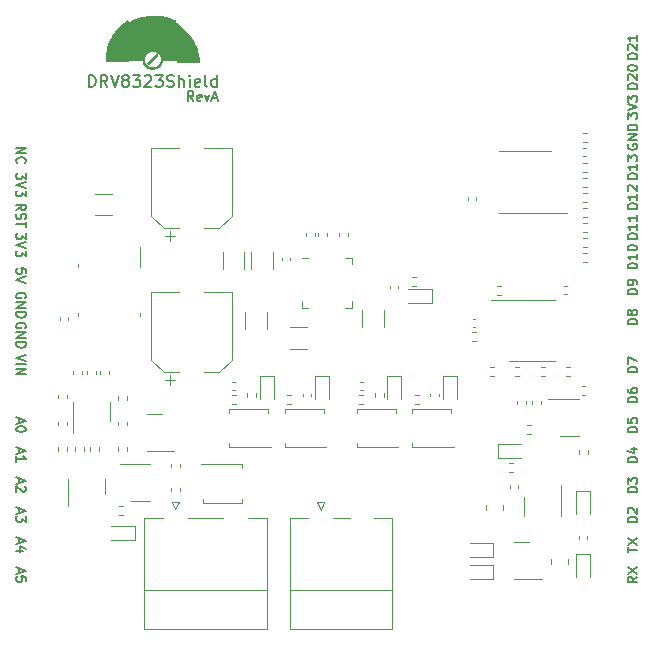
<source format=gto>
G04 #@! TF.GenerationSoftware,KiCad,Pcbnew,7.0.10*
G04 #@! TF.CreationDate,2024-01-13T20:14:55+01:00*
G04 #@! TF.ProjectId,drv8323shield,64727638-3332-4337-9368-69656c642e6b,A*
G04 #@! TF.SameCoordinates,Original*
G04 #@! TF.FileFunction,Legend,Top*
G04 #@! TF.FilePolarity,Positive*
%FSLAX46Y46*%
G04 Gerber Fmt 4.6, Leading zero omitted, Abs format (unit mm)*
G04 Created by KiCad (PCBNEW 7.0.10) date 2024-01-13 20:14:55*
%MOMM*%
%LPD*%
G01*
G04 APERTURE LIST*
%ADD10C,0.150000*%
%ADD11C,0.120000*%
G04 APERTURE END LIST*
D10*
X78631609Y-63144476D02*
X78669704Y-63068286D01*
X78669704Y-63068286D02*
X78669704Y-62954000D01*
X78669704Y-62954000D02*
X78631609Y-62839714D01*
X78631609Y-62839714D02*
X78555419Y-62763524D01*
X78555419Y-62763524D02*
X78479228Y-62725429D01*
X78479228Y-62725429D02*
X78326847Y-62687333D01*
X78326847Y-62687333D02*
X78212561Y-62687333D01*
X78212561Y-62687333D02*
X78060180Y-62725429D01*
X78060180Y-62725429D02*
X77983990Y-62763524D01*
X77983990Y-62763524D02*
X77907800Y-62839714D01*
X77907800Y-62839714D02*
X77869704Y-62954000D01*
X77869704Y-62954000D02*
X77869704Y-63030191D01*
X77869704Y-63030191D02*
X77907800Y-63144476D01*
X77907800Y-63144476D02*
X77945895Y-63182572D01*
X77945895Y-63182572D02*
X78212561Y-63182572D01*
X78212561Y-63182572D02*
X78212561Y-63030191D01*
X77869704Y-63525429D02*
X78669704Y-63525429D01*
X78669704Y-63525429D02*
X77869704Y-63982572D01*
X77869704Y-63982572D02*
X78669704Y-63982572D01*
X77869704Y-64363524D02*
X78669704Y-64363524D01*
X78669704Y-64363524D02*
X78669704Y-64554000D01*
X78669704Y-64554000D02*
X78631609Y-64668286D01*
X78631609Y-64668286D02*
X78555419Y-64744476D01*
X78555419Y-64744476D02*
X78479228Y-64782571D01*
X78479228Y-64782571D02*
X78326847Y-64820667D01*
X78326847Y-64820667D02*
X78212561Y-64820667D01*
X78212561Y-64820667D02*
X78060180Y-64782571D01*
X78060180Y-64782571D02*
X77983990Y-64744476D01*
X77983990Y-64744476D02*
X77907800Y-64668286D01*
X77907800Y-64668286D02*
X77869704Y-64554000D01*
X77869704Y-64554000D02*
X77869704Y-64363524D01*
X129610295Y-47980476D02*
X129610295Y-47485238D01*
X129610295Y-47485238D02*
X129915057Y-47751904D01*
X129915057Y-47751904D02*
X129915057Y-47637619D01*
X129915057Y-47637619D02*
X129953152Y-47561428D01*
X129953152Y-47561428D02*
X129991247Y-47523333D01*
X129991247Y-47523333D02*
X130067438Y-47485238D01*
X130067438Y-47485238D02*
X130257914Y-47485238D01*
X130257914Y-47485238D02*
X130334104Y-47523333D01*
X130334104Y-47523333D02*
X130372200Y-47561428D01*
X130372200Y-47561428D02*
X130410295Y-47637619D01*
X130410295Y-47637619D02*
X130410295Y-47866190D01*
X130410295Y-47866190D02*
X130372200Y-47942381D01*
X130372200Y-47942381D02*
X130334104Y-47980476D01*
X129610295Y-47256666D02*
X130410295Y-46989999D01*
X130410295Y-46989999D02*
X129610295Y-46723333D01*
X129610295Y-46532857D02*
X129610295Y-46037619D01*
X129610295Y-46037619D02*
X129915057Y-46304285D01*
X129915057Y-46304285D02*
X129915057Y-46190000D01*
X129915057Y-46190000D02*
X129953152Y-46113809D01*
X129953152Y-46113809D02*
X129991247Y-46075714D01*
X129991247Y-46075714D02*
X130067438Y-46037619D01*
X130067438Y-46037619D02*
X130257914Y-46037619D01*
X130257914Y-46037619D02*
X130334104Y-46075714D01*
X130334104Y-46075714D02*
X130372200Y-46113809D01*
X130372200Y-46113809D02*
X130410295Y-46190000D01*
X130410295Y-46190000D02*
X130410295Y-46418571D01*
X130410295Y-46418571D02*
X130372200Y-46494762D01*
X130372200Y-46494762D02*
X130334104Y-46532857D01*
X130410295Y-62820475D02*
X129610295Y-62820475D01*
X129610295Y-62820475D02*
X129610295Y-62629999D01*
X129610295Y-62629999D02*
X129648390Y-62515713D01*
X129648390Y-62515713D02*
X129724580Y-62439523D01*
X129724580Y-62439523D02*
X129800771Y-62401428D01*
X129800771Y-62401428D02*
X129953152Y-62363332D01*
X129953152Y-62363332D02*
X130067438Y-62363332D01*
X130067438Y-62363332D02*
X130219819Y-62401428D01*
X130219819Y-62401428D02*
X130296009Y-62439523D01*
X130296009Y-62439523D02*
X130372200Y-62515713D01*
X130372200Y-62515713D02*
X130410295Y-62629999D01*
X130410295Y-62629999D02*
X130410295Y-62820475D01*
X130410295Y-61982380D02*
X130410295Y-61829999D01*
X130410295Y-61829999D02*
X130372200Y-61753809D01*
X130372200Y-61753809D02*
X130334104Y-61715713D01*
X130334104Y-61715713D02*
X130219819Y-61639523D01*
X130219819Y-61639523D02*
X130067438Y-61601428D01*
X130067438Y-61601428D02*
X129762676Y-61601428D01*
X129762676Y-61601428D02*
X129686485Y-61639523D01*
X129686485Y-61639523D02*
X129648390Y-61677618D01*
X129648390Y-61677618D02*
X129610295Y-61753809D01*
X129610295Y-61753809D02*
X129610295Y-61906190D01*
X129610295Y-61906190D02*
X129648390Y-61982380D01*
X129648390Y-61982380D02*
X129686485Y-62020475D01*
X129686485Y-62020475D02*
X129762676Y-62058571D01*
X129762676Y-62058571D02*
X129953152Y-62058571D01*
X129953152Y-62058571D02*
X130029342Y-62020475D01*
X130029342Y-62020475D02*
X130067438Y-61982380D01*
X130067438Y-61982380D02*
X130105533Y-61906190D01*
X130105533Y-61906190D02*
X130105533Y-61753809D01*
X130105533Y-61753809D02*
X130067438Y-61677618D01*
X130067438Y-61677618D02*
X130029342Y-61639523D01*
X130029342Y-61639523D02*
X129953152Y-61601428D01*
X130410295Y-60652334D02*
X129610295Y-60652334D01*
X129610295Y-60652334D02*
X129610295Y-60461858D01*
X129610295Y-60461858D02*
X129648390Y-60347572D01*
X129648390Y-60347572D02*
X129724580Y-60271382D01*
X129724580Y-60271382D02*
X129800771Y-60233287D01*
X129800771Y-60233287D02*
X129953152Y-60195191D01*
X129953152Y-60195191D02*
X130067438Y-60195191D01*
X130067438Y-60195191D02*
X130219819Y-60233287D01*
X130219819Y-60233287D02*
X130296009Y-60271382D01*
X130296009Y-60271382D02*
X130372200Y-60347572D01*
X130372200Y-60347572D02*
X130410295Y-60461858D01*
X130410295Y-60461858D02*
X130410295Y-60652334D01*
X130410295Y-59433287D02*
X130410295Y-59890430D01*
X130410295Y-59661858D02*
X129610295Y-59661858D01*
X129610295Y-59661858D02*
X129724580Y-59738049D01*
X129724580Y-59738049D02*
X129800771Y-59814239D01*
X129800771Y-59814239D02*
X129838866Y-59890430D01*
X129610295Y-58938048D02*
X129610295Y-58861858D01*
X129610295Y-58861858D02*
X129648390Y-58785667D01*
X129648390Y-58785667D02*
X129686485Y-58747572D01*
X129686485Y-58747572D02*
X129762676Y-58709477D01*
X129762676Y-58709477D02*
X129915057Y-58671382D01*
X129915057Y-58671382D02*
X130105533Y-58671382D01*
X130105533Y-58671382D02*
X130257914Y-58709477D01*
X130257914Y-58709477D02*
X130334104Y-58747572D01*
X130334104Y-58747572D02*
X130372200Y-58785667D01*
X130372200Y-58785667D02*
X130410295Y-58861858D01*
X130410295Y-58861858D02*
X130410295Y-58938048D01*
X130410295Y-58938048D02*
X130372200Y-59014239D01*
X130372200Y-59014239D02*
X130334104Y-59052334D01*
X130334104Y-59052334D02*
X130257914Y-59090429D01*
X130257914Y-59090429D02*
X130105533Y-59128525D01*
X130105533Y-59128525D02*
X129915057Y-59128525D01*
X129915057Y-59128525D02*
X129762676Y-59090429D01*
X129762676Y-59090429D02*
X129686485Y-59052334D01*
X129686485Y-59052334D02*
X129648390Y-59014239D01*
X129648390Y-59014239D02*
X129610295Y-58938048D01*
X130410295Y-82124475D02*
X129610295Y-82124475D01*
X129610295Y-82124475D02*
X129610295Y-81933999D01*
X129610295Y-81933999D02*
X129648390Y-81819713D01*
X129648390Y-81819713D02*
X129724580Y-81743523D01*
X129724580Y-81743523D02*
X129800771Y-81705428D01*
X129800771Y-81705428D02*
X129953152Y-81667332D01*
X129953152Y-81667332D02*
X130067438Y-81667332D01*
X130067438Y-81667332D02*
X130219819Y-81705428D01*
X130219819Y-81705428D02*
X130296009Y-81743523D01*
X130296009Y-81743523D02*
X130372200Y-81819713D01*
X130372200Y-81819713D02*
X130410295Y-81933999D01*
X130410295Y-81933999D02*
X130410295Y-82124475D01*
X129686485Y-81362571D02*
X129648390Y-81324475D01*
X129648390Y-81324475D02*
X129610295Y-81248285D01*
X129610295Y-81248285D02*
X129610295Y-81057809D01*
X129610295Y-81057809D02*
X129648390Y-80981618D01*
X129648390Y-80981618D02*
X129686485Y-80943523D01*
X129686485Y-80943523D02*
X129762676Y-80905428D01*
X129762676Y-80905428D02*
X129838866Y-80905428D01*
X129838866Y-80905428D02*
X129953152Y-80943523D01*
X129953152Y-80943523D02*
X130410295Y-81400666D01*
X130410295Y-81400666D02*
X130410295Y-80905428D01*
X130410295Y-71964475D02*
X129610295Y-71964475D01*
X129610295Y-71964475D02*
X129610295Y-71773999D01*
X129610295Y-71773999D02*
X129648390Y-71659713D01*
X129648390Y-71659713D02*
X129724580Y-71583523D01*
X129724580Y-71583523D02*
X129800771Y-71545428D01*
X129800771Y-71545428D02*
X129953152Y-71507332D01*
X129953152Y-71507332D02*
X130067438Y-71507332D01*
X130067438Y-71507332D02*
X130219819Y-71545428D01*
X130219819Y-71545428D02*
X130296009Y-71583523D01*
X130296009Y-71583523D02*
X130372200Y-71659713D01*
X130372200Y-71659713D02*
X130410295Y-71773999D01*
X130410295Y-71773999D02*
X130410295Y-71964475D01*
X129610295Y-70821618D02*
X129610295Y-70973999D01*
X129610295Y-70973999D02*
X129648390Y-71050190D01*
X129648390Y-71050190D02*
X129686485Y-71088285D01*
X129686485Y-71088285D02*
X129800771Y-71164475D01*
X129800771Y-71164475D02*
X129953152Y-71202571D01*
X129953152Y-71202571D02*
X130257914Y-71202571D01*
X130257914Y-71202571D02*
X130334104Y-71164475D01*
X130334104Y-71164475D02*
X130372200Y-71126380D01*
X130372200Y-71126380D02*
X130410295Y-71050190D01*
X130410295Y-71050190D02*
X130410295Y-70897809D01*
X130410295Y-70897809D02*
X130372200Y-70821618D01*
X130372200Y-70821618D02*
X130334104Y-70783523D01*
X130334104Y-70783523D02*
X130257914Y-70745428D01*
X130257914Y-70745428D02*
X130067438Y-70745428D01*
X130067438Y-70745428D02*
X129991247Y-70783523D01*
X129991247Y-70783523D02*
X129953152Y-70821618D01*
X129953152Y-70821618D02*
X129915057Y-70897809D01*
X129915057Y-70897809D02*
X129915057Y-71050190D01*
X129915057Y-71050190D02*
X129953152Y-71126380D01*
X129953152Y-71126380D02*
X129991247Y-71164475D01*
X129991247Y-71164475D02*
X130067438Y-71202571D01*
X78669704Y-57683523D02*
X78669704Y-58178761D01*
X78669704Y-58178761D02*
X78364942Y-57912095D01*
X78364942Y-57912095D02*
X78364942Y-58026380D01*
X78364942Y-58026380D02*
X78326847Y-58102571D01*
X78326847Y-58102571D02*
X78288752Y-58140666D01*
X78288752Y-58140666D02*
X78212561Y-58178761D01*
X78212561Y-58178761D02*
X78022085Y-58178761D01*
X78022085Y-58178761D02*
X77945895Y-58140666D01*
X77945895Y-58140666D02*
X77907800Y-58102571D01*
X77907800Y-58102571D02*
X77869704Y-58026380D01*
X77869704Y-58026380D02*
X77869704Y-57797809D01*
X77869704Y-57797809D02*
X77907800Y-57721618D01*
X77907800Y-57721618D02*
X77945895Y-57683523D01*
X78669704Y-58407333D02*
X77869704Y-58674000D01*
X77869704Y-58674000D02*
X78669704Y-58940666D01*
X78669704Y-59131142D02*
X78669704Y-59626380D01*
X78669704Y-59626380D02*
X78364942Y-59359714D01*
X78364942Y-59359714D02*
X78364942Y-59473999D01*
X78364942Y-59473999D02*
X78326847Y-59550190D01*
X78326847Y-59550190D02*
X78288752Y-59588285D01*
X78288752Y-59588285D02*
X78212561Y-59626380D01*
X78212561Y-59626380D02*
X78022085Y-59626380D01*
X78022085Y-59626380D02*
X77945895Y-59588285D01*
X77945895Y-59588285D02*
X77907800Y-59550190D01*
X77907800Y-59550190D02*
X77869704Y-59473999D01*
X77869704Y-59473999D02*
X77869704Y-59245428D01*
X77869704Y-59245428D02*
X77907800Y-59169237D01*
X77907800Y-59169237D02*
X77945895Y-59131142D01*
X130410295Y-77044475D02*
X129610295Y-77044475D01*
X129610295Y-77044475D02*
X129610295Y-76853999D01*
X129610295Y-76853999D02*
X129648390Y-76739713D01*
X129648390Y-76739713D02*
X129724580Y-76663523D01*
X129724580Y-76663523D02*
X129800771Y-76625428D01*
X129800771Y-76625428D02*
X129953152Y-76587332D01*
X129953152Y-76587332D02*
X130067438Y-76587332D01*
X130067438Y-76587332D02*
X130219819Y-76625428D01*
X130219819Y-76625428D02*
X130296009Y-76663523D01*
X130296009Y-76663523D02*
X130372200Y-76739713D01*
X130372200Y-76739713D02*
X130410295Y-76853999D01*
X130410295Y-76853999D02*
X130410295Y-77044475D01*
X129876961Y-75901618D02*
X130410295Y-75901618D01*
X129572200Y-76092094D02*
X130143628Y-76282571D01*
X130143628Y-76282571D02*
X130143628Y-75787332D01*
X130410295Y-69424475D02*
X129610295Y-69424475D01*
X129610295Y-69424475D02*
X129610295Y-69233999D01*
X129610295Y-69233999D02*
X129648390Y-69119713D01*
X129648390Y-69119713D02*
X129724580Y-69043523D01*
X129724580Y-69043523D02*
X129800771Y-69005428D01*
X129800771Y-69005428D02*
X129953152Y-68967332D01*
X129953152Y-68967332D02*
X130067438Y-68967332D01*
X130067438Y-68967332D02*
X130219819Y-69005428D01*
X130219819Y-69005428D02*
X130296009Y-69043523D01*
X130296009Y-69043523D02*
X130372200Y-69119713D01*
X130372200Y-69119713D02*
X130410295Y-69233999D01*
X130410295Y-69233999D02*
X130410295Y-69424475D01*
X129610295Y-68700666D02*
X129610295Y-68167332D01*
X129610295Y-68167332D02*
X130410295Y-68510190D01*
X130410295Y-74504475D02*
X129610295Y-74504475D01*
X129610295Y-74504475D02*
X129610295Y-74313999D01*
X129610295Y-74313999D02*
X129648390Y-74199713D01*
X129648390Y-74199713D02*
X129724580Y-74123523D01*
X129724580Y-74123523D02*
X129800771Y-74085428D01*
X129800771Y-74085428D02*
X129953152Y-74047332D01*
X129953152Y-74047332D02*
X130067438Y-74047332D01*
X130067438Y-74047332D02*
X130219819Y-74085428D01*
X130219819Y-74085428D02*
X130296009Y-74123523D01*
X130296009Y-74123523D02*
X130372200Y-74199713D01*
X130372200Y-74199713D02*
X130410295Y-74313999D01*
X130410295Y-74313999D02*
X130410295Y-74504475D01*
X129610295Y-73323523D02*
X129610295Y-73704475D01*
X129610295Y-73704475D02*
X129991247Y-73742571D01*
X129991247Y-73742571D02*
X129953152Y-73704475D01*
X129953152Y-73704475D02*
X129915057Y-73628285D01*
X129915057Y-73628285D02*
X129915057Y-73437809D01*
X129915057Y-73437809D02*
X129953152Y-73361618D01*
X129953152Y-73361618D02*
X129991247Y-73323523D01*
X129991247Y-73323523D02*
X130067438Y-73285428D01*
X130067438Y-73285428D02*
X130257914Y-73285428D01*
X130257914Y-73285428D02*
X130334104Y-73323523D01*
X130334104Y-73323523D02*
X130372200Y-73361618D01*
X130372200Y-73361618D02*
X130410295Y-73437809D01*
X130410295Y-73437809D02*
X130410295Y-73628285D01*
X130410295Y-73628285D02*
X130372200Y-73704475D01*
X130372200Y-73704475D02*
X130334104Y-73742571D01*
X78098276Y-73342571D02*
X78098276Y-73723524D01*
X77869704Y-73266381D02*
X78669704Y-73533048D01*
X78669704Y-73533048D02*
X77869704Y-73799714D01*
X78669704Y-74218762D02*
X78669704Y-74294952D01*
X78669704Y-74294952D02*
X78631609Y-74371143D01*
X78631609Y-74371143D02*
X78593514Y-74409238D01*
X78593514Y-74409238D02*
X78517323Y-74447333D01*
X78517323Y-74447333D02*
X78364942Y-74485428D01*
X78364942Y-74485428D02*
X78174466Y-74485428D01*
X78174466Y-74485428D02*
X78022085Y-74447333D01*
X78022085Y-74447333D02*
X77945895Y-74409238D01*
X77945895Y-74409238D02*
X77907800Y-74371143D01*
X77907800Y-74371143D02*
X77869704Y-74294952D01*
X77869704Y-74294952D02*
X77869704Y-74218762D01*
X77869704Y-74218762D02*
X77907800Y-74142571D01*
X77907800Y-74142571D02*
X77945895Y-74104476D01*
X77945895Y-74104476D02*
X78022085Y-74066381D01*
X78022085Y-74066381D02*
X78174466Y-74028285D01*
X78174466Y-74028285D02*
X78364942Y-74028285D01*
X78364942Y-74028285D02*
X78517323Y-74066381D01*
X78517323Y-74066381D02*
X78593514Y-74104476D01*
X78593514Y-74104476D02*
X78631609Y-74142571D01*
X78631609Y-74142571D02*
X78669704Y-74218762D01*
X92856143Y-46463295D02*
X92589476Y-46082342D01*
X92399000Y-46463295D02*
X92399000Y-45663295D01*
X92399000Y-45663295D02*
X92703762Y-45663295D01*
X92703762Y-45663295D02*
X92779952Y-45701390D01*
X92779952Y-45701390D02*
X92818047Y-45739485D01*
X92818047Y-45739485D02*
X92856143Y-45815676D01*
X92856143Y-45815676D02*
X92856143Y-45929961D01*
X92856143Y-45929961D02*
X92818047Y-46006152D01*
X92818047Y-46006152D02*
X92779952Y-46044247D01*
X92779952Y-46044247D02*
X92703762Y-46082342D01*
X92703762Y-46082342D02*
X92399000Y-46082342D01*
X93503762Y-46425200D02*
X93427571Y-46463295D01*
X93427571Y-46463295D02*
X93275190Y-46463295D01*
X93275190Y-46463295D02*
X93199000Y-46425200D01*
X93199000Y-46425200D02*
X93160904Y-46349009D01*
X93160904Y-46349009D02*
X93160904Y-46044247D01*
X93160904Y-46044247D02*
X93199000Y-45968057D01*
X93199000Y-45968057D02*
X93275190Y-45929961D01*
X93275190Y-45929961D02*
X93427571Y-45929961D01*
X93427571Y-45929961D02*
X93503762Y-45968057D01*
X93503762Y-45968057D02*
X93541857Y-46044247D01*
X93541857Y-46044247D02*
X93541857Y-46120438D01*
X93541857Y-46120438D02*
X93160904Y-46196628D01*
X93808523Y-45929961D02*
X93998999Y-46463295D01*
X93998999Y-46463295D02*
X94189476Y-45929961D01*
X94456142Y-46234723D02*
X94837095Y-46234723D01*
X94379952Y-46463295D02*
X94646619Y-45663295D01*
X94646619Y-45663295D02*
X94913285Y-46463295D01*
X130410295Y-86747332D02*
X130029342Y-87013999D01*
X130410295Y-87204475D02*
X129610295Y-87204475D01*
X129610295Y-87204475D02*
X129610295Y-86899713D01*
X129610295Y-86899713D02*
X129648390Y-86823523D01*
X129648390Y-86823523D02*
X129686485Y-86785428D01*
X129686485Y-86785428D02*
X129762676Y-86747332D01*
X129762676Y-86747332D02*
X129876961Y-86747332D01*
X129876961Y-86747332D02*
X129953152Y-86785428D01*
X129953152Y-86785428D02*
X129991247Y-86823523D01*
X129991247Y-86823523D02*
X130029342Y-86899713D01*
X130029342Y-86899713D02*
X130029342Y-87204475D01*
X129610295Y-86480666D02*
X130410295Y-85947332D01*
X129610295Y-85947332D02*
X130410295Y-86480666D01*
X78098276Y-86042571D02*
X78098276Y-86423524D01*
X77869704Y-85966381D02*
X78669704Y-86233048D01*
X78669704Y-86233048D02*
X77869704Y-86499714D01*
X78669704Y-87147333D02*
X78669704Y-86766381D01*
X78669704Y-86766381D02*
X78288752Y-86728285D01*
X78288752Y-86728285D02*
X78326847Y-86766381D01*
X78326847Y-86766381D02*
X78364942Y-86842571D01*
X78364942Y-86842571D02*
X78364942Y-87033047D01*
X78364942Y-87033047D02*
X78326847Y-87109238D01*
X78326847Y-87109238D02*
X78288752Y-87147333D01*
X78288752Y-87147333D02*
X78212561Y-87185428D01*
X78212561Y-87185428D02*
X78022085Y-87185428D01*
X78022085Y-87185428D02*
X77945895Y-87147333D01*
X77945895Y-87147333D02*
X77907800Y-87109238D01*
X77907800Y-87109238D02*
X77869704Y-87033047D01*
X77869704Y-87033047D02*
X77869704Y-86842571D01*
X77869704Y-86842571D02*
X77907800Y-86766381D01*
X77907800Y-86766381D02*
X77945895Y-86728285D01*
X78098276Y-83502571D02*
X78098276Y-83883524D01*
X77869704Y-83426381D02*
X78669704Y-83693048D01*
X78669704Y-83693048D02*
X77869704Y-83959714D01*
X78403038Y-84569238D02*
X77869704Y-84569238D01*
X78707800Y-84378762D02*
X78136371Y-84188285D01*
X78136371Y-84188285D02*
X78136371Y-84683524D01*
X77869704Y-55695905D02*
X78250657Y-55429238D01*
X77869704Y-55238762D02*
X78669704Y-55238762D01*
X78669704Y-55238762D02*
X78669704Y-55543524D01*
X78669704Y-55543524D02*
X78631609Y-55619714D01*
X78631609Y-55619714D02*
X78593514Y-55657809D01*
X78593514Y-55657809D02*
X78517323Y-55695905D01*
X78517323Y-55695905D02*
X78403038Y-55695905D01*
X78403038Y-55695905D02*
X78326847Y-55657809D01*
X78326847Y-55657809D02*
X78288752Y-55619714D01*
X78288752Y-55619714D02*
X78250657Y-55543524D01*
X78250657Y-55543524D02*
X78250657Y-55238762D01*
X77907800Y-56000666D02*
X77869704Y-56114952D01*
X77869704Y-56114952D02*
X77869704Y-56305428D01*
X77869704Y-56305428D02*
X77907800Y-56381619D01*
X77907800Y-56381619D02*
X77945895Y-56419714D01*
X77945895Y-56419714D02*
X78022085Y-56457809D01*
X78022085Y-56457809D02*
X78098276Y-56457809D01*
X78098276Y-56457809D02*
X78174466Y-56419714D01*
X78174466Y-56419714D02*
X78212561Y-56381619D01*
X78212561Y-56381619D02*
X78250657Y-56305428D01*
X78250657Y-56305428D02*
X78288752Y-56153047D01*
X78288752Y-56153047D02*
X78326847Y-56076857D01*
X78326847Y-56076857D02*
X78364942Y-56038762D01*
X78364942Y-56038762D02*
X78441133Y-56000666D01*
X78441133Y-56000666D02*
X78517323Y-56000666D01*
X78517323Y-56000666D02*
X78593514Y-56038762D01*
X78593514Y-56038762D02*
X78631609Y-56076857D01*
X78631609Y-56076857D02*
X78669704Y-56153047D01*
X78669704Y-56153047D02*
X78669704Y-56343524D01*
X78669704Y-56343524D02*
X78631609Y-56457809D01*
X78669704Y-56686381D02*
X78669704Y-57143524D01*
X77869704Y-56914952D02*
X78669704Y-56914952D01*
X78098276Y-75882571D02*
X78098276Y-76263524D01*
X77869704Y-75806381D02*
X78669704Y-76073048D01*
X78669704Y-76073048D02*
X77869704Y-76339714D01*
X77869704Y-77025428D02*
X77869704Y-76568285D01*
X77869704Y-76796857D02*
X78669704Y-76796857D01*
X78669704Y-76796857D02*
X78555419Y-76720666D01*
X78555419Y-76720666D02*
X78479228Y-76644476D01*
X78479228Y-76644476D02*
X78441133Y-76568285D01*
X130410295Y-65360475D02*
X129610295Y-65360475D01*
X129610295Y-65360475D02*
X129610295Y-65169999D01*
X129610295Y-65169999D02*
X129648390Y-65055713D01*
X129648390Y-65055713D02*
X129724580Y-64979523D01*
X129724580Y-64979523D02*
X129800771Y-64941428D01*
X129800771Y-64941428D02*
X129953152Y-64903332D01*
X129953152Y-64903332D02*
X130067438Y-64903332D01*
X130067438Y-64903332D02*
X130219819Y-64941428D01*
X130219819Y-64941428D02*
X130296009Y-64979523D01*
X130296009Y-64979523D02*
X130372200Y-65055713D01*
X130372200Y-65055713D02*
X130410295Y-65169999D01*
X130410295Y-65169999D02*
X130410295Y-65360475D01*
X129953152Y-64446190D02*
X129915057Y-64522380D01*
X129915057Y-64522380D02*
X129876961Y-64560475D01*
X129876961Y-64560475D02*
X129800771Y-64598571D01*
X129800771Y-64598571D02*
X129762676Y-64598571D01*
X129762676Y-64598571D02*
X129686485Y-64560475D01*
X129686485Y-64560475D02*
X129648390Y-64522380D01*
X129648390Y-64522380D02*
X129610295Y-64446190D01*
X129610295Y-64446190D02*
X129610295Y-64293809D01*
X129610295Y-64293809D02*
X129648390Y-64217618D01*
X129648390Y-64217618D02*
X129686485Y-64179523D01*
X129686485Y-64179523D02*
X129762676Y-64141428D01*
X129762676Y-64141428D02*
X129800771Y-64141428D01*
X129800771Y-64141428D02*
X129876961Y-64179523D01*
X129876961Y-64179523D02*
X129915057Y-64217618D01*
X129915057Y-64217618D02*
X129953152Y-64293809D01*
X129953152Y-64293809D02*
X129953152Y-64446190D01*
X129953152Y-64446190D02*
X129991247Y-64522380D01*
X129991247Y-64522380D02*
X130029342Y-64560475D01*
X130029342Y-64560475D02*
X130105533Y-64598571D01*
X130105533Y-64598571D02*
X130257914Y-64598571D01*
X130257914Y-64598571D02*
X130334104Y-64560475D01*
X130334104Y-64560475D02*
X130372200Y-64522380D01*
X130372200Y-64522380D02*
X130410295Y-64446190D01*
X130410295Y-64446190D02*
X130410295Y-64293809D01*
X130410295Y-64293809D02*
X130372200Y-64217618D01*
X130372200Y-64217618D02*
X130334104Y-64179523D01*
X130334104Y-64179523D02*
X130257914Y-64141428D01*
X130257914Y-64141428D02*
X130105533Y-64141428D01*
X130105533Y-64141428D02*
X130029342Y-64179523D01*
X130029342Y-64179523D02*
X129991247Y-64217618D01*
X129991247Y-64217618D02*
X129953152Y-64293809D01*
X130410295Y-42881428D02*
X129610295Y-42881428D01*
X129610295Y-42881428D02*
X129610295Y-42690952D01*
X129610295Y-42690952D02*
X129648390Y-42576666D01*
X129648390Y-42576666D02*
X129724580Y-42500476D01*
X129724580Y-42500476D02*
X129800771Y-42462381D01*
X129800771Y-42462381D02*
X129953152Y-42424285D01*
X129953152Y-42424285D02*
X130067438Y-42424285D01*
X130067438Y-42424285D02*
X130219819Y-42462381D01*
X130219819Y-42462381D02*
X130296009Y-42500476D01*
X130296009Y-42500476D02*
X130372200Y-42576666D01*
X130372200Y-42576666D02*
X130410295Y-42690952D01*
X130410295Y-42690952D02*
X130410295Y-42881428D01*
X129686485Y-42119524D02*
X129648390Y-42081428D01*
X129648390Y-42081428D02*
X129610295Y-42005238D01*
X129610295Y-42005238D02*
X129610295Y-41814762D01*
X129610295Y-41814762D02*
X129648390Y-41738571D01*
X129648390Y-41738571D02*
X129686485Y-41700476D01*
X129686485Y-41700476D02*
X129762676Y-41662381D01*
X129762676Y-41662381D02*
X129838866Y-41662381D01*
X129838866Y-41662381D02*
X129953152Y-41700476D01*
X129953152Y-41700476D02*
X130410295Y-42157619D01*
X130410295Y-42157619D02*
X130410295Y-41662381D01*
X130410295Y-40900476D02*
X130410295Y-41357619D01*
X130410295Y-41129047D02*
X129610295Y-41129047D01*
X129610295Y-41129047D02*
X129724580Y-41205238D01*
X129724580Y-41205238D02*
X129800771Y-41281428D01*
X129800771Y-41281428D02*
X129838866Y-41357619D01*
X129648390Y-50139523D02*
X129610295Y-50215713D01*
X129610295Y-50215713D02*
X129610295Y-50329999D01*
X129610295Y-50329999D02*
X129648390Y-50444285D01*
X129648390Y-50444285D02*
X129724580Y-50520475D01*
X129724580Y-50520475D02*
X129800771Y-50558570D01*
X129800771Y-50558570D02*
X129953152Y-50596666D01*
X129953152Y-50596666D02*
X130067438Y-50596666D01*
X130067438Y-50596666D02*
X130219819Y-50558570D01*
X130219819Y-50558570D02*
X130296009Y-50520475D01*
X130296009Y-50520475D02*
X130372200Y-50444285D01*
X130372200Y-50444285D02*
X130410295Y-50329999D01*
X130410295Y-50329999D02*
X130410295Y-50253808D01*
X130410295Y-50253808D02*
X130372200Y-50139523D01*
X130372200Y-50139523D02*
X130334104Y-50101427D01*
X130334104Y-50101427D02*
X130067438Y-50101427D01*
X130067438Y-50101427D02*
X130067438Y-50253808D01*
X130410295Y-49758570D02*
X129610295Y-49758570D01*
X129610295Y-49758570D02*
X130410295Y-49301427D01*
X130410295Y-49301427D02*
X129610295Y-49301427D01*
X130410295Y-48920475D02*
X129610295Y-48920475D01*
X129610295Y-48920475D02*
X129610295Y-48729999D01*
X129610295Y-48729999D02*
X129648390Y-48615713D01*
X129648390Y-48615713D02*
X129724580Y-48539523D01*
X129724580Y-48539523D02*
X129800771Y-48501428D01*
X129800771Y-48501428D02*
X129953152Y-48463332D01*
X129953152Y-48463332D02*
X130067438Y-48463332D01*
X130067438Y-48463332D02*
X130219819Y-48501428D01*
X130219819Y-48501428D02*
X130296009Y-48539523D01*
X130296009Y-48539523D02*
X130372200Y-48615713D01*
X130372200Y-48615713D02*
X130410295Y-48729999D01*
X130410295Y-48729999D02*
X130410295Y-48920475D01*
X77869704Y-50425429D02*
X78669704Y-50425429D01*
X78669704Y-50425429D02*
X77869704Y-50882572D01*
X77869704Y-50882572D02*
X78669704Y-50882572D01*
X77945895Y-51720667D02*
X77907800Y-51682571D01*
X77907800Y-51682571D02*
X77869704Y-51568286D01*
X77869704Y-51568286D02*
X77869704Y-51492095D01*
X77869704Y-51492095D02*
X77907800Y-51377809D01*
X77907800Y-51377809D02*
X77983990Y-51301619D01*
X77983990Y-51301619D02*
X78060180Y-51263524D01*
X78060180Y-51263524D02*
X78212561Y-51225428D01*
X78212561Y-51225428D02*
X78326847Y-51225428D01*
X78326847Y-51225428D02*
X78479228Y-51263524D01*
X78479228Y-51263524D02*
X78555419Y-51301619D01*
X78555419Y-51301619D02*
X78631609Y-51377809D01*
X78631609Y-51377809D02*
X78669704Y-51492095D01*
X78669704Y-51492095D02*
X78669704Y-51568286D01*
X78669704Y-51568286D02*
X78631609Y-51682571D01*
X78631609Y-51682571D02*
X78593514Y-51720667D01*
X129610295Y-84683523D02*
X129610295Y-84226380D01*
X130410295Y-84454952D02*
X129610295Y-84454952D01*
X129610295Y-84035904D02*
X130410295Y-83502570D01*
X129610295Y-83502570D02*
X130410295Y-84035904D01*
X78669704Y-67957810D02*
X77869704Y-68224477D01*
X77869704Y-68224477D02*
X78669704Y-68491143D01*
X77869704Y-68757810D02*
X78669704Y-68757810D01*
X77869704Y-69138762D02*
X78669704Y-69138762D01*
X78669704Y-69138762D02*
X77869704Y-69595905D01*
X77869704Y-69595905D02*
X78669704Y-69595905D01*
X130410295Y-79584475D02*
X129610295Y-79584475D01*
X129610295Y-79584475D02*
X129610295Y-79393999D01*
X129610295Y-79393999D02*
X129648390Y-79279713D01*
X129648390Y-79279713D02*
X129724580Y-79203523D01*
X129724580Y-79203523D02*
X129800771Y-79165428D01*
X129800771Y-79165428D02*
X129953152Y-79127332D01*
X129953152Y-79127332D02*
X130067438Y-79127332D01*
X130067438Y-79127332D02*
X130219819Y-79165428D01*
X130219819Y-79165428D02*
X130296009Y-79203523D01*
X130296009Y-79203523D02*
X130372200Y-79279713D01*
X130372200Y-79279713D02*
X130410295Y-79393999D01*
X130410295Y-79393999D02*
X130410295Y-79584475D01*
X129610295Y-78860666D02*
X129610295Y-78365428D01*
X129610295Y-78365428D02*
X129915057Y-78632094D01*
X129915057Y-78632094D02*
X129915057Y-78517809D01*
X129915057Y-78517809D02*
X129953152Y-78441618D01*
X129953152Y-78441618D02*
X129991247Y-78403523D01*
X129991247Y-78403523D02*
X130067438Y-78365428D01*
X130067438Y-78365428D02*
X130257914Y-78365428D01*
X130257914Y-78365428D02*
X130334104Y-78403523D01*
X130334104Y-78403523D02*
X130372200Y-78441618D01*
X130372200Y-78441618D02*
X130410295Y-78517809D01*
X130410295Y-78517809D02*
X130410295Y-78746380D01*
X130410295Y-78746380D02*
X130372200Y-78822571D01*
X130372200Y-78822571D02*
X130334104Y-78860666D01*
X78098276Y-80962571D02*
X78098276Y-81343524D01*
X77869704Y-80886381D02*
X78669704Y-81153048D01*
X78669704Y-81153048D02*
X77869704Y-81419714D01*
X78669704Y-81610190D02*
X78669704Y-82105428D01*
X78669704Y-82105428D02*
X78364942Y-81838762D01*
X78364942Y-81838762D02*
X78364942Y-81953047D01*
X78364942Y-81953047D02*
X78326847Y-82029238D01*
X78326847Y-82029238D02*
X78288752Y-82067333D01*
X78288752Y-82067333D02*
X78212561Y-82105428D01*
X78212561Y-82105428D02*
X78022085Y-82105428D01*
X78022085Y-82105428D02*
X77945895Y-82067333D01*
X77945895Y-82067333D02*
X77907800Y-82029238D01*
X77907800Y-82029238D02*
X77869704Y-81953047D01*
X77869704Y-81953047D02*
X77869704Y-81724476D01*
X77869704Y-81724476D02*
X77907800Y-81648285D01*
X77907800Y-81648285D02*
X77945895Y-81610190D01*
X78631609Y-65684476D02*
X78669704Y-65608286D01*
X78669704Y-65608286D02*
X78669704Y-65494000D01*
X78669704Y-65494000D02*
X78631609Y-65379714D01*
X78631609Y-65379714D02*
X78555419Y-65303524D01*
X78555419Y-65303524D02*
X78479228Y-65265429D01*
X78479228Y-65265429D02*
X78326847Y-65227333D01*
X78326847Y-65227333D02*
X78212561Y-65227333D01*
X78212561Y-65227333D02*
X78060180Y-65265429D01*
X78060180Y-65265429D02*
X77983990Y-65303524D01*
X77983990Y-65303524D02*
X77907800Y-65379714D01*
X77907800Y-65379714D02*
X77869704Y-65494000D01*
X77869704Y-65494000D02*
X77869704Y-65570191D01*
X77869704Y-65570191D02*
X77907800Y-65684476D01*
X77907800Y-65684476D02*
X77945895Y-65722572D01*
X77945895Y-65722572D02*
X78212561Y-65722572D01*
X78212561Y-65722572D02*
X78212561Y-65570191D01*
X77869704Y-66065429D02*
X78669704Y-66065429D01*
X78669704Y-66065429D02*
X77869704Y-66522572D01*
X77869704Y-66522572D02*
X78669704Y-66522572D01*
X77869704Y-66903524D02*
X78669704Y-66903524D01*
X78669704Y-66903524D02*
X78669704Y-67094000D01*
X78669704Y-67094000D02*
X78631609Y-67208286D01*
X78631609Y-67208286D02*
X78555419Y-67284476D01*
X78555419Y-67284476D02*
X78479228Y-67322571D01*
X78479228Y-67322571D02*
X78326847Y-67360667D01*
X78326847Y-67360667D02*
X78212561Y-67360667D01*
X78212561Y-67360667D02*
X78060180Y-67322571D01*
X78060180Y-67322571D02*
X77983990Y-67284476D01*
X77983990Y-67284476D02*
X77907800Y-67208286D01*
X77907800Y-67208286D02*
X77869704Y-67094000D01*
X77869704Y-67094000D02*
X77869704Y-66903524D01*
X130410295Y-58121428D02*
X129610295Y-58121428D01*
X129610295Y-58121428D02*
X129610295Y-57930952D01*
X129610295Y-57930952D02*
X129648390Y-57816666D01*
X129648390Y-57816666D02*
X129724580Y-57740476D01*
X129724580Y-57740476D02*
X129800771Y-57702381D01*
X129800771Y-57702381D02*
X129953152Y-57664285D01*
X129953152Y-57664285D02*
X130067438Y-57664285D01*
X130067438Y-57664285D02*
X130219819Y-57702381D01*
X130219819Y-57702381D02*
X130296009Y-57740476D01*
X130296009Y-57740476D02*
X130372200Y-57816666D01*
X130372200Y-57816666D02*
X130410295Y-57930952D01*
X130410295Y-57930952D02*
X130410295Y-58121428D01*
X130410295Y-56902381D02*
X130410295Y-57359524D01*
X130410295Y-57130952D02*
X129610295Y-57130952D01*
X129610295Y-57130952D02*
X129724580Y-57207143D01*
X129724580Y-57207143D02*
X129800771Y-57283333D01*
X129800771Y-57283333D02*
X129838866Y-57359524D01*
X130410295Y-56140476D02*
X130410295Y-56597619D01*
X130410295Y-56369047D02*
X129610295Y-56369047D01*
X129610295Y-56369047D02*
X129724580Y-56445238D01*
X129724580Y-56445238D02*
X129800771Y-56521428D01*
X129800771Y-56521428D02*
X129838866Y-56597619D01*
X84003238Y-45285819D02*
X84003238Y-44285819D01*
X84003238Y-44285819D02*
X84241333Y-44285819D01*
X84241333Y-44285819D02*
X84384190Y-44333438D01*
X84384190Y-44333438D02*
X84479428Y-44428676D01*
X84479428Y-44428676D02*
X84527047Y-44523914D01*
X84527047Y-44523914D02*
X84574666Y-44714390D01*
X84574666Y-44714390D02*
X84574666Y-44857247D01*
X84574666Y-44857247D02*
X84527047Y-45047723D01*
X84527047Y-45047723D02*
X84479428Y-45142961D01*
X84479428Y-45142961D02*
X84384190Y-45238200D01*
X84384190Y-45238200D02*
X84241333Y-45285819D01*
X84241333Y-45285819D02*
X84003238Y-45285819D01*
X85574666Y-45285819D02*
X85241333Y-44809628D01*
X85003238Y-45285819D02*
X85003238Y-44285819D01*
X85003238Y-44285819D02*
X85384190Y-44285819D01*
X85384190Y-44285819D02*
X85479428Y-44333438D01*
X85479428Y-44333438D02*
X85527047Y-44381057D01*
X85527047Y-44381057D02*
X85574666Y-44476295D01*
X85574666Y-44476295D02*
X85574666Y-44619152D01*
X85574666Y-44619152D02*
X85527047Y-44714390D01*
X85527047Y-44714390D02*
X85479428Y-44762009D01*
X85479428Y-44762009D02*
X85384190Y-44809628D01*
X85384190Y-44809628D02*
X85003238Y-44809628D01*
X85860381Y-44285819D02*
X86193714Y-45285819D01*
X86193714Y-45285819D02*
X86527047Y-44285819D01*
X87003238Y-44714390D02*
X86908000Y-44666771D01*
X86908000Y-44666771D02*
X86860381Y-44619152D01*
X86860381Y-44619152D02*
X86812762Y-44523914D01*
X86812762Y-44523914D02*
X86812762Y-44476295D01*
X86812762Y-44476295D02*
X86860381Y-44381057D01*
X86860381Y-44381057D02*
X86908000Y-44333438D01*
X86908000Y-44333438D02*
X87003238Y-44285819D01*
X87003238Y-44285819D02*
X87193714Y-44285819D01*
X87193714Y-44285819D02*
X87288952Y-44333438D01*
X87288952Y-44333438D02*
X87336571Y-44381057D01*
X87336571Y-44381057D02*
X87384190Y-44476295D01*
X87384190Y-44476295D02*
X87384190Y-44523914D01*
X87384190Y-44523914D02*
X87336571Y-44619152D01*
X87336571Y-44619152D02*
X87288952Y-44666771D01*
X87288952Y-44666771D02*
X87193714Y-44714390D01*
X87193714Y-44714390D02*
X87003238Y-44714390D01*
X87003238Y-44714390D02*
X86908000Y-44762009D01*
X86908000Y-44762009D02*
X86860381Y-44809628D01*
X86860381Y-44809628D02*
X86812762Y-44904866D01*
X86812762Y-44904866D02*
X86812762Y-45095342D01*
X86812762Y-45095342D02*
X86860381Y-45190580D01*
X86860381Y-45190580D02*
X86908000Y-45238200D01*
X86908000Y-45238200D02*
X87003238Y-45285819D01*
X87003238Y-45285819D02*
X87193714Y-45285819D01*
X87193714Y-45285819D02*
X87288952Y-45238200D01*
X87288952Y-45238200D02*
X87336571Y-45190580D01*
X87336571Y-45190580D02*
X87384190Y-45095342D01*
X87384190Y-45095342D02*
X87384190Y-44904866D01*
X87384190Y-44904866D02*
X87336571Y-44809628D01*
X87336571Y-44809628D02*
X87288952Y-44762009D01*
X87288952Y-44762009D02*
X87193714Y-44714390D01*
X87717524Y-44285819D02*
X88336571Y-44285819D01*
X88336571Y-44285819D02*
X88003238Y-44666771D01*
X88003238Y-44666771D02*
X88146095Y-44666771D01*
X88146095Y-44666771D02*
X88241333Y-44714390D01*
X88241333Y-44714390D02*
X88288952Y-44762009D01*
X88288952Y-44762009D02*
X88336571Y-44857247D01*
X88336571Y-44857247D02*
X88336571Y-45095342D01*
X88336571Y-45095342D02*
X88288952Y-45190580D01*
X88288952Y-45190580D02*
X88241333Y-45238200D01*
X88241333Y-45238200D02*
X88146095Y-45285819D01*
X88146095Y-45285819D02*
X87860381Y-45285819D01*
X87860381Y-45285819D02*
X87765143Y-45238200D01*
X87765143Y-45238200D02*
X87717524Y-45190580D01*
X88717524Y-44381057D02*
X88765143Y-44333438D01*
X88765143Y-44333438D02*
X88860381Y-44285819D01*
X88860381Y-44285819D02*
X89098476Y-44285819D01*
X89098476Y-44285819D02*
X89193714Y-44333438D01*
X89193714Y-44333438D02*
X89241333Y-44381057D01*
X89241333Y-44381057D02*
X89288952Y-44476295D01*
X89288952Y-44476295D02*
X89288952Y-44571533D01*
X89288952Y-44571533D02*
X89241333Y-44714390D01*
X89241333Y-44714390D02*
X88669905Y-45285819D01*
X88669905Y-45285819D02*
X89288952Y-45285819D01*
X89622286Y-44285819D02*
X90241333Y-44285819D01*
X90241333Y-44285819D02*
X89908000Y-44666771D01*
X89908000Y-44666771D02*
X90050857Y-44666771D01*
X90050857Y-44666771D02*
X90146095Y-44714390D01*
X90146095Y-44714390D02*
X90193714Y-44762009D01*
X90193714Y-44762009D02*
X90241333Y-44857247D01*
X90241333Y-44857247D02*
X90241333Y-45095342D01*
X90241333Y-45095342D02*
X90193714Y-45190580D01*
X90193714Y-45190580D02*
X90146095Y-45238200D01*
X90146095Y-45238200D02*
X90050857Y-45285819D01*
X90050857Y-45285819D02*
X89765143Y-45285819D01*
X89765143Y-45285819D02*
X89669905Y-45238200D01*
X89669905Y-45238200D02*
X89622286Y-45190580D01*
X90622286Y-45238200D02*
X90765143Y-45285819D01*
X90765143Y-45285819D02*
X91003238Y-45285819D01*
X91003238Y-45285819D02*
X91098476Y-45238200D01*
X91098476Y-45238200D02*
X91146095Y-45190580D01*
X91146095Y-45190580D02*
X91193714Y-45095342D01*
X91193714Y-45095342D02*
X91193714Y-45000104D01*
X91193714Y-45000104D02*
X91146095Y-44904866D01*
X91146095Y-44904866D02*
X91098476Y-44857247D01*
X91098476Y-44857247D02*
X91003238Y-44809628D01*
X91003238Y-44809628D02*
X90812762Y-44762009D01*
X90812762Y-44762009D02*
X90717524Y-44714390D01*
X90717524Y-44714390D02*
X90669905Y-44666771D01*
X90669905Y-44666771D02*
X90622286Y-44571533D01*
X90622286Y-44571533D02*
X90622286Y-44476295D01*
X90622286Y-44476295D02*
X90669905Y-44381057D01*
X90669905Y-44381057D02*
X90717524Y-44333438D01*
X90717524Y-44333438D02*
X90812762Y-44285819D01*
X90812762Y-44285819D02*
X91050857Y-44285819D01*
X91050857Y-44285819D02*
X91193714Y-44333438D01*
X91622286Y-45285819D02*
X91622286Y-44285819D01*
X92050857Y-45285819D02*
X92050857Y-44762009D01*
X92050857Y-44762009D02*
X92003238Y-44666771D01*
X92003238Y-44666771D02*
X91908000Y-44619152D01*
X91908000Y-44619152D02*
X91765143Y-44619152D01*
X91765143Y-44619152D02*
X91669905Y-44666771D01*
X91669905Y-44666771D02*
X91622286Y-44714390D01*
X92527048Y-45285819D02*
X92527048Y-44619152D01*
X92527048Y-44285819D02*
X92479429Y-44333438D01*
X92479429Y-44333438D02*
X92527048Y-44381057D01*
X92527048Y-44381057D02*
X92574667Y-44333438D01*
X92574667Y-44333438D02*
X92527048Y-44285819D01*
X92527048Y-44285819D02*
X92527048Y-44381057D01*
X93384190Y-45238200D02*
X93288952Y-45285819D01*
X93288952Y-45285819D02*
X93098476Y-45285819D01*
X93098476Y-45285819D02*
X93003238Y-45238200D01*
X93003238Y-45238200D02*
X92955619Y-45142961D01*
X92955619Y-45142961D02*
X92955619Y-44762009D01*
X92955619Y-44762009D02*
X93003238Y-44666771D01*
X93003238Y-44666771D02*
X93098476Y-44619152D01*
X93098476Y-44619152D02*
X93288952Y-44619152D01*
X93288952Y-44619152D02*
X93384190Y-44666771D01*
X93384190Y-44666771D02*
X93431809Y-44762009D01*
X93431809Y-44762009D02*
X93431809Y-44857247D01*
X93431809Y-44857247D02*
X92955619Y-44952485D01*
X94003238Y-45285819D02*
X93908000Y-45238200D01*
X93908000Y-45238200D02*
X93860381Y-45142961D01*
X93860381Y-45142961D02*
X93860381Y-44285819D01*
X94812762Y-45285819D02*
X94812762Y-44285819D01*
X94812762Y-45238200D02*
X94717524Y-45285819D01*
X94717524Y-45285819D02*
X94527048Y-45285819D01*
X94527048Y-45285819D02*
X94431810Y-45238200D01*
X94431810Y-45238200D02*
X94384191Y-45190580D01*
X94384191Y-45190580D02*
X94336572Y-45095342D01*
X94336572Y-45095342D02*
X94336572Y-44809628D01*
X94336572Y-44809628D02*
X94384191Y-44714390D01*
X94384191Y-44714390D02*
X94431810Y-44666771D01*
X94431810Y-44666771D02*
X94527048Y-44619152D01*
X94527048Y-44619152D02*
X94717524Y-44619152D01*
X94717524Y-44619152D02*
X94812762Y-44666771D01*
X78669704Y-61061619D02*
X78669704Y-60680667D01*
X78669704Y-60680667D02*
X78288752Y-60642571D01*
X78288752Y-60642571D02*
X78326847Y-60680667D01*
X78326847Y-60680667D02*
X78364942Y-60756857D01*
X78364942Y-60756857D02*
X78364942Y-60947333D01*
X78364942Y-60947333D02*
X78326847Y-61023524D01*
X78326847Y-61023524D02*
X78288752Y-61061619D01*
X78288752Y-61061619D02*
X78212561Y-61099714D01*
X78212561Y-61099714D02*
X78022085Y-61099714D01*
X78022085Y-61099714D02*
X77945895Y-61061619D01*
X77945895Y-61061619D02*
X77907800Y-61023524D01*
X77907800Y-61023524D02*
X77869704Y-60947333D01*
X77869704Y-60947333D02*
X77869704Y-60756857D01*
X77869704Y-60756857D02*
X77907800Y-60680667D01*
X77907800Y-60680667D02*
X77945895Y-60642571D01*
X78669704Y-61328286D02*
X77869704Y-61594953D01*
X77869704Y-61594953D02*
X78669704Y-61861619D01*
X130410295Y-55581428D02*
X129610295Y-55581428D01*
X129610295Y-55581428D02*
X129610295Y-55390952D01*
X129610295Y-55390952D02*
X129648390Y-55276666D01*
X129648390Y-55276666D02*
X129724580Y-55200476D01*
X129724580Y-55200476D02*
X129800771Y-55162381D01*
X129800771Y-55162381D02*
X129953152Y-55124285D01*
X129953152Y-55124285D02*
X130067438Y-55124285D01*
X130067438Y-55124285D02*
X130219819Y-55162381D01*
X130219819Y-55162381D02*
X130296009Y-55200476D01*
X130296009Y-55200476D02*
X130372200Y-55276666D01*
X130372200Y-55276666D02*
X130410295Y-55390952D01*
X130410295Y-55390952D02*
X130410295Y-55581428D01*
X130410295Y-54362381D02*
X130410295Y-54819524D01*
X130410295Y-54590952D02*
X129610295Y-54590952D01*
X129610295Y-54590952D02*
X129724580Y-54667143D01*
X129724580Y-54667143D02*
X129800771Y-54743333D01*
X129800771Y-54743333D02*
X129838866Y-54819524D01*
X129686485Y-54057619D02*
X129648390Y-54019523D01*
X129648390Y-54019523D02*
X129610295Y-53943333D01*
X129610295Y-53943333D02*
X129610295Y-53752857D01*
X129610295Y-53752857D02*
X129648390Y-53676666D01*
X129648390Y-53676666D02*
X129686485Y-53638571D01*
X129686485Y-53638571D02*
X129762676Y-53600476D01*
X129762676Y-53600476D02*
X129838866Y-53600476D01*
X129838866Y-53600476D02*
X129953152Y-53638571D01*
X129953152Y-53638571D02*
X130410295Y-54095714D01*
X130410295Y-54095714D02*
X130410295Y-53600476D01*
X130410295Y-45421428D02*
X129610295Y-45421428D01*
X129610295Y-45421428D02*
X129610295Y-45230952D01*
X129610295Y-45230952D02*
X129648390Y-45116666D01*
X129648390Y-45116666D02*
X129724580Y-45040476D01*
X129724580Y-45040476D02*
X129800771Y-45002381D01*
X129800771Y-45002381D02*
X129953152Y-44964285D01*
X129953152Y-44964285D02*
X130067438Y-44964285D01*
X130067438Y-44964285D02*
X130219819Y-45002381D01*
X130219819Y-45002381D02*
X130296009Y-45040476D01*
X130296009Y-45040476D02*
X130372200Y-45116666D01*
X130372200Y-45116666D02*
X130410295Y-45230952D01*
X130410295Y-45230952D02*
X130410295Y-45421428D01*
X129686485Y-44659524D02*
X129648390Y-44621428D01*
X129648390Y-44621428D02*
X129610295Y-44545238D01*
X129610295Y-44545238D02*
X129610295Y-44354762D01*
X129610295Y-44354762D02*
X129648390Y-44278571D01*
X129648390Y-44278571D02*
X129686485Y-44240476D01*
X129686485Y-44240476D02*
X129762676Y-44202381D01*
X129762676Y-44202381D02*
X129838866Y-44202381D01*
X129838866Y-44202381D02*
X129953152Y-44240476D01*
X129953152Y-44240476D02*
X130410295Y-44697619D01*
X130410295Y-44697619D02*
X130410295Y-44202381D01*
X129610295Y-43707142D02*
X129610295Y-43630952D01*
X129610295Y-43630952D02*
X129648390Y-43554761D01*
X129648390Y-43554761D02*
X129686485Y-43516666D01*
X129686485Y-43516666D02*
X129762676Y-43478571D01*
X129762676Y-43478571D02*
X129915057Y-43440476D01*
X129915057Y-43440476D02*
X130105533Y-43440476D01*
X130105533Y-43440476D02*
X130257914Y-43478571D01*
X130257914Y-43478571D02*
X130334104Y-43516666D01*
X130334104Y-43516666D02*
X130372200Y-43554761D01*
X130372200Y-43554761D02*
X130410295Y-43630952D01*
X130410295Y-43630952D02*
X130410295Y-43707142D01*
X130410295Y-43707142D02*
X130372200Y-43783333D01*
X130372200Y-43783333D02*
X130334104Y-43821428D01*
X130334104Y-43821428D02*
X130257914Y-43859523D01*
X130257914Y-43859523D02*
X130105533Y-43897619D01*
X130105533Y-43897619D02*
X129915057Y-43897619D01*
X129915057Y-43897619D02*
X129762676Y-43859523D01*
X129762676Y-43859523D02*
X129686485Y-43821428D01*
X129686485Y-43821428D02*
X129648390Y-43783333D01*
X129648390Y-43783333D02*
X129610295Y-43707142D01*
X78098276Y-78422571D02*
X78098276Y-78803524D01*
X77869704Y-78346381D02*
X78669704Y-78613048D01*
X78669704Y-78613048D02*
X77869704Y-78879714D01*
X78593514Y-79108285D02*
X78631609Y-79146381D01*
X78631609Y-79146381D02*
X78669704Y-79222571D01*
X78669704Y-79222571D02*
X78669704Y-79413047D01*
X78669704Y-79413047D02*
X78631609Y-79489238D01*
X78631609Y-79489238D02*
X78593514Y-79527333D01*
X78593514Y-79527333D02*
X78517323Y-79565428D01*
X78517323Y-79565428D02*
X78441133Y-79565428D01*
X78441133Y-79565428D02*
X78326847Y-79527333D01*
X78326847Y-79527333D02*
X77869704Y-79070190D01*
X77869704Y-79070190D02*
X77869704Y-79565428D01*
X78669704Y-52603523D02*
X78669704Y-53098761D01*
X78669704Y-53098761D02*
X78364942Y-52832095D01*
X78364942Y-52832095D02*
X78364942Y-52946380D01*
X78364942Y-52946380D02*
X78326847Y-53022571D01*
X78326847Y-53022571D02*
X78288752Y-53060666D01*
X78288752Y-53060666D02*
X78212561Y-53098761D01*
X78212561Y-53098761D02*
X78022085Y-53098761D01*
X78022085Y-53098761D02*
X77945895Y-53060666D01*
X77945895Y-53060666D02*
X77907800Y-53022571D01*
X77907800Y-53022571D02*
X77869704Y-52946380D01*
X77869704Y-52946380D02*
X77869704Y-52717809D01*
X77869704Y-52717809D02*
X77907800Y-52641618D01*
X77907800Y-52641618D02*
X77945895Y-52603523D01*
X78669704Y-53327333D02*
X77869704Y-53594000D01*
X77869704Y-53594000D02*
X78669704Y-53860666D01*
X78669704Y-54051142D02*
X78669704Y-54546380D01*
X78669704Y-54546380D02*
X78364942Y-54279714D01*
X78364942Y-54279714D02*
X78364942Y-54393999D01*
X78364942Y-54393999D02*
X78326847Y-54470190D01*
X78326847Y-54470190D02*
X78288752Y-54508285D01*
X78288752Y-54508285D02*
X78212561Y-54546380D01*
X78212561Y-54546380D02*
X78022085Y-54546380D01*
X78022085Y-54546380D02*
X77945895Y-54508285D01*
X77945895Y-54508285D02*
X77907800Y-54470190D01*
X77907800Y-54470190D02*
X77869704Y-54393999D01*
X77869704Y-54393999D02*
X77869704Y-54165428D01*
X77869704Y-54165428D02*
X77907800Y-54089237D01*
X77907800Y-54089237D02*
X77945895Y-54051142D01*
X130410295Y-53041428D02*
X129610295Y-53041428D01*
X129610295Y-53041428D02*
X129610295Y-52850952D01*
X129610295Y-52850952D02*
X129648390Y-52736666D01*
X129648390Y-52736666D02*
X129724580Y-52660476D01*
X129724580Y-52660476D02*
X129800771Y-52622381D01*
X129800771Y-52622381D02*
X129953152Y-52584285D01*
X129953152Y-52584285D02*
X130067438Y-52584285D01*
X130067438Y-52584285D02*
X130219819Y-52622381D01*
X130219819Y-52622381D02*
X130296009Y-52660476D01*
X130296009Y-52660476D02*
X130372200Y-52736666D01*
X130372200Y-52736666D02*
X130410295Y-52850952D01*
X130410295Y-52850952D02*
X130410295Y-53041428D01*
X130410295Y-51822381D02*
X130410295Y-52279524D01*
X130410295Y-52050952D02*
X129610295Y-52050952D01*
X129610295Y-52050952D02*
X129724580Y-52127143D01*
X129724580Y-52127143D02*
X129800771Y-52203333D01*
X129800771Y-52203333D02*
X129838866Y-52279524D01*
X129610295Y-51555714D02*
X129610295Y-51060476D01*
X129610295Y-51060476D02*
X129915057Y-51327142D01*
X129915057Y-51327142D02*
X129915057Y-51212857D01*
X129915057Y-51212857D02*
X129953152Y-51136666D01*
X129953152Y-51136666D02*
X129991247Y-51098571D01*
X129991247Y-51098571D02*
X130067438Y-51060476D01*
X130067438Y-51060476D02*
X130257914Y-51060476D01*
X130257914Y-51060476D02*
X130334104Y-51098571D01*
X130334104Y-51098571D02*
X130372200Y-51136666D01*
X130372200Y-51136666D02*
X130410295Y-51212857D01*
X130410295Y-51212857D02*
X130410295Y-51441428D01*
X130410295Y-51441428D02*
X130372200Y-51517619D01*
X130372200Y-51517619D02*
X130334104Y-51555714D01*
D11*
X114900000Y-75803000D02*
X111395000Y-75803000D01*
X114665000Y-72868000D02*
X114665000Y-72533000D01*
X114665000Y-72533000D02*
X111395000Y-72533000D01*
X111395000Y-75803000D02*
X111395000Y-75468000D01*
X111395000Y-72868000D02*
X111395000Y-72533000D01*
X123988000Y-80772000D02*
X123988000Y-78972000D01*
X123988000Y-80772000D02*
X123988000Y-81572000D01*
X120868000Y-80772000D02*
X120868000Y-79972000D01*
X120868000Y-80772000D02*
X120868000Y-81572000D01*
X110455000Y-69733000D02*
X109255000Y-69733000D01*
X110455000Y-71693000D02*
X110455000Y-69733000D01*
X109255000Y-71693000D02*
X109255000Y-69733000D01*
X88397500Y-77180000D02*
X86597500Y-77180000D01*
X88397500Y-77180000D02*
X89197500Y-77180000D01*
X88397500Y-80300000D02*
X87597500Y-80300000D01*
X88397500Y-80300000D02*
X89197500Y-80300000D01*
X82148000Y-71393164D02*
X82148000Y-71608836D01*
X81428000Y-71393164D02*
X81428000Y-71608836D01*
X126217000Y-83331164D02*
X126217000Y-83546836D01*
X125497000Y-83331164D02*
X125497000Y-83546836D01*
X101072000Y-81748000D02*
X101072000Y-91168000D01*
X101072000Y-81748000D02*
X102582000Y-81748000D01*
X101072000Y-87858000D02*
X109692000Y-87858000D01*
X101072000Y-91168000D02*
X109692000Y-91168000D01*
X103332000Y-80458000D02*
X103932000Y-80458000D01*
X103632000Y-81058000D02*
X103332000Y-80458000D01*
X103932000Y-80458000D02*
X103632000Y-81058000D01*
X104682000Y-81748000D02*
X106082000Y-81748000D01*
X109692000Y-81748000D02*
X108182000Y-81748000D01*
X109692000Y-91168000D02*
X109692000Y-81748000D01*
X119099000Y-80671936D02*
X119099000Y-81126064D01*
X117629000Y-80671936D02*
X117629000Y-81126064D01*
X86587359Y-80773000D02*
X86894641Y-80773000D01*
X86587359Y-81533000D02*
X86894641Y-81533000D01*
X122274359Y-68962000D02*
X122581641Y-68962000D01*
X122274359Y-69722000D02*
X122581641Y-69722000D01*
X126137641Y-57530000D02*
X125830359Y-57530000D01*
X126137641Y-56770000D02*
X125830359Y-56770000D01*
X88663000Y-81736500D02*
X88663000Y-91156500D01*
X88663000Y-81736500D02*
X90263000Y-81736500D01*
X88663000Y-87846500D02*
X99043000Y-87846500D01*
X88663000Y-91156500D02*
X99043000Y-91156500D01*
X91013000Y-80446500D02*
X91613000Y-80446500D01*
X91313000Y-81046500D02*
X91013000Y-80446500D01*
X91613000Y-80446500D02*
X91313000Y-81046500D01*
X92363000Y-81736500D02*
X95343000Y-81736500D01*
X99043000Y-81736500D02*
X97443000Y-81736500D01*
X99043000Y-91156500D02*
X99043000Y-81736500D01*
X126137641Y-49910000D02*
X125830359Y-49910000D01*
X126137641Y-49150000D02*
X125830359Y-49150000D01*
X99406000Y-75803000D02*
X95901000Y-75803000D01*
X99171000Y-72868000D02*
X99171000Y-72533000D01*
X99171000Y-72533000D02*
X95901000Y-72533000D01*
X95901000Y-75803000D02*
X95901000Y-75468000D01*
X95901000Y-72868000D02*
X95901000Y-72533000D01*
X102129000Y-71481836D02*
X102129000Y-71266164D01*
X102849000Y-71481836D02*
X102849000Y-71266164D01*
X116506164Y-64918000D02*
X116721836Y-64918000D01*
X116506164Y-65638000D02*
X116721836Y-65638000D01*
X116739641Y-66801000D02*
X116432359Y-66801000D01*
X116739641Y-66041000D02*
X116432359Y-66041000D01*
X120904000Y-55950000D02*
X124504000Y-55950000D01*
X120904000Y-55950000D02*
X118704000Y-55950000D01*
X120904000Y-50730000D02*
X123104000Y-50730000D01*
X120904000Y-50730000D02*
X118704000Y-50730000D01*
X96112359Y-71375000D02*
X96419641Y-71375000D01*
X96112359Y-72135000D02*
X96419641Y-72135000D01*
X91693000Y-79221359D02*
X91693000Y-79528641D01*
X90933000Y-79221359D02*
X90933000Y-79528641D01*
X86488000Y-71781641D02*
X86488000Y-71474359D01*
X87248000Y-71781641D02*
X87248000Y-71474359D01*
X121438641Y-74675000D02*
X121131359Y-74675000D01*
X121438641Y-73915000D02*
X121131359Y-73915000D01*
X124433359Y-68962000D02*
X124740641Y-68962000D01*
X124433359Y-69722000D02*
X124740641Y-69722000D01*
X82678000Y-69622641D02*
X82678000Y-69315359D01*
X83438000Y-69622641D02*
X83438000Y-69315359D01*
X125964836Y-71353000D02*
X125749164Y-71353000D01*
X125964836Y-70633000D02*
X125749164Y-70633000D01*
X87248000Y-75792359D02*
X87248000Y-76099641D01*
X86488000Y-75792359D02*
X86488000Y-76099641D01*
X126137641Y-58800000D02*
X125830359Y-58800000D01*
X126137641Y-58040000D02*
X125830359Y-58040000D01*
X89535000Y-76109000D02*
X91210000Y-76109000D01*
X89535000Y-76109000D02*
X88885000Y-76109000D01*
X89535000Y-72989000D02*
X90185000Y-72989000D01*
X89535000Y-72989000D02*
X88885000Y-72989000D01*
X83821000Y-69622641D02*
X83821000Y-69315359D01*
X84581000Y-69622641D02*
X84581000Y-69315359D01*
G36*
X89768165Y-42486918D02*
G01*
X89789349Y-42502528D01*
X89814115Y-42524547D01*
X89839212Y-42549706D01*
X89861387Y-42574733D01*
X89877390Y-42596358D01*
X89883969Y-42611310D01*
X89883993Y-42611937D01*
X89879169Y-42623155D01*
X89864535Y-42643367D01*
X89839853Y-42672827D01*
X89804882Y-42711788D01*
X89759385Y-42760502D01*
X89703120Y-42819222D01*
X89635849Y-42888203D01*
X89557333Y-42967696D01*
X89467331Y-43057955D01*
X89372998Y-43151892D01*
X89305094Y-43219085D01*
X89247871Y-43275168D01*
X89200594Y-43320823D01*
X89162525Y-43356732D01*
X89132930Y-43383577D01*
X89111071Y-43402039D01*
X89096213Y-43412801D01*
X89087620Y-43416544D01*
X89087218Y-43416561D01*
X89070858Y-43410525D01*
X89046428Y-43392091D01*
X89013294Y-43360771D01*
X89008198Y-43355609D01*
X88983221Y-43328696D01*
X88963366Y-43304552D01*
X88951125Y-43286372D01*
X88948420Y-43278953D01*
X88954181Y-43268375D01*
X88970677Y-43247681D01*
X88996725Y-43218045D01*
X89031141Y-43180638D01*
X89072744Y-43136632D01*
X89120349Y-43087198D01*
X89172776Y-43033509D01*
X89228840Y-42976736D01*
X89287359Y-42918052D01*
X89347151Y-42858628D01*
X89407032Y-42799635D01*
X89465820Y-42742247D01*
X89522332Y-42687634D01*
X89575385Y-42636969D01*
X89623797Y-42591423D01*
X89666384Y-42552168D01*
X89701965Y-42520377D01*
X89729355Y-42497220D01*
X89747374Y-42483870D01*
X89753813Y-42480987D01*
X89768165Y-42486918D01*
G37*
G36*
X89609202Y-39235209D02*
G01*
X89701805Y-39236768D01*
X89788465Y-39239476D01*
X89866049Y-39243334D01*
X89931420Y-39248339D01*
X89949648Y-39250228D01*
X90127029Y-39272896D01*
X90292051Y-39299881D01*
X90448369Y-39331906D01*
X90599642Y-39369694D01*
X90700569Y-39398772D01*
X90789517Y-39426573D01*
X90877884Y-39455750D01*
X90964179Y-39485701D01*
X91046912Y-39515823D01*
X91124595Y-39545514D01*
X91195738Y-39574170D01*
X91258850Y-39601190D01*
X91312444Y-39625970D01*
X91355029Y-39647908D01*
X91385116Y-39666402D01*
X91401215Y-39680848D01*
X91402381Y-39682721D01*
X91404413Y-39695091D01*
X91399469Y-39714541D01*
X91386700Y-39743938D01*
X91380660Y-39756239D01*
X91367757Y-39784374D01*
X91359605Y-39806892D01*
X91357539Y-39819923D01*
X91358237Y-39821349D01*
X91367416Y-39827672D01*
X91387889Y-39840925D01*
X91416987Y-39859408D01*
X91452045Y-39881418D01*
X91467903Y-39891304D01*
X91675546Y-40030063D01*
X91875159Y-40182786D01*
X92066144Y-40348803D01*
X92247902Y-40527443D01*
X92419834Y-40718035D01*
X92581340Y-40919909D01*
X92731823Y-41132393D01*
X92870684Y-41354817D01*
X92997323Y-41586511D01*
X93018015Y-41627620D01*
X93115969Y-41837543D01*
X93199134Y-42043890D01*
X93268158Y-42248661D01*
X93323689Y-42453859D01*
X93366374Y-42661482D01*
X93379954Y-42745369D01*
X93387039Y-42798265D01*
X93393736Y-42858557D01*
X93399776Y-42922673D01*
X93404892Y-42987039D01*
X93408816Y-43048082D01*
X93411280Y-43102228D01*
X93412017Y-43145905D01*
X93411484Y-43166254D01*
X93408808Y-43215495D01*
X92440407Y-43219598D01*
X92315596Y-43220106D01*
X92195309Y-43220554D01*
X92080570Y-43220941D01*
X91972404Y-43221264D01*
X91871834Y-43221523D01*
X91779885Y-43221716D01*
X91697581Y-43221840D01*
X91625946Y-43221895D01*
X91566005Y-43221878D01*
X91518782Y-43221788D01*
X91485300Y-43221624D01*
X91466585Y-43221383D01*
X91462859Y-43221198D01*
X91450500Y-43209550D01*
X91439056Y-43181787D01*
X91428635Y-43138189D01*
X91426307Y-43125448D01*
X91416977Y-43071876D01*
X90874120Y-43072847D01*
X90780598Y-43073091D01*
X90691474Y-43073470D01*
X90608176Y-43073971D01*
X90532135Y-43074576D01*
X90464782Y-43075271D01*
X90407544Y-43076040D01*
X90361853Y-43076867D01*
X90329137Y-43077737D01*
X90310827Y-43078635D01*
X90307839Y-43079002D01*
X90296496Y-43082634D01*
X90288182Y-43089752D01*
X90281168Y-43103605D01*
X90273722Y-43127445D01*
X90265745Y-43158047D01*
X90229156Y-43270143D01*
X90178391Y-43375020D01*
X90114461Y-43471680D01*
X90038380Y-43559121D01*
X89951161Y-43636345D01*
X89853816Y-43702353D01*
X89747359Y-43756143D01*
X89632802Y-43796718D01*
X89613169Y-43802079D01*
X89543839Y-43815617D01*
X89466067Y-43823115D01*
X89386033Y-43824422D01*
X89309916Y-43819388D01*
X89256174Y-43810734D01*
X89137871Y-43777199D01*
X89027416Y-43730111D01*
X88925753Y-43670361D01*
X88833826Y-43598843D01*
X88752579Y-43516451D01*
X88682955Y-43424077D01*
X88625899Y-43322613D01*
X88582354Y-43212954D01*
X88566729Y-43158464D01*
X88548014Y-43084427D01*
X88517531Y-43078094D01*
X88504230Y-43077040D01*
X88475963Y-43076104D01*
X88434179Y-43075296D01*
X88380324Y-43074627D01*
X88315847Y-43074107D01*
X88242196Y-43073747D01*
X88160817Y-43073557D01*
X88073159Y-43073548D01*
X87980670Y-43073731D01*
X87940141Y-43073870D01*
X87393234Y-43075979D01*
X87389131Y-43129323D01*
X87385027Y-43182668D01*
X86408420Y-43186771D01*
X86283023Y-43187269D01*
X86162113Y-43187695D01*
X86046712Y-43188046D01*
X85937845Y-43188323D01*
X85836534Y-43188524D01*
X85743802Y-43188650D01*
X85660672Y-43188698D01*
X85588166Y-43188669D01*
X85527309Y-43188561D01*
X85479123Y-43188375D01*
X85444630Y-43188108D01*
X85424855Y-43187761D01*
X85420364Y-43187488D01*
X85416549Y-43183979D01*
X85413888Y-43174768D01*
X85412316Y-43157906D01*
X85411768Y-43131448D01*
X85412177Y-43093448D01*
X85413479Y-43041959D01*
X85414428Y-43011042D01*
X85416198Y-42963613D01*
X88744603Y-42963613D01*
X88753923Y-43063790D01*
X88778514Y-43162380D01*
X88791876Y-43198850D01*
X88837836Y-43292114D01*
X88896802Y-43376348D01*
X88967378Y-43450337D01*
X89048167Y-43512864D01*
X89137772Y-43562714D01*
X89234796Y-43598672D01*
X89258697Y-43605018D01*
X89321740Y-43616059D01*
X89392822Y-43621180D01*
X89465671Y-43620380D01*
X89534013Y-43613657D01*
X89576978Y-43605129D01*
X89672793Y-43573189D01*
X89760047Y-43528154D01*
X89840589Y-43468939D01*
X89893128Y-43419336D01*
X89962499Y-43337070D01*
X90016949Y-43248767D01*
X90057322Y-43152963D01*
X90069527Y-43112910D01*
X90077950Y-43069191D01*
X90083152Y-43014487D01*
X90085129Y-42953910D01*
X90083876Y-42892570D01*
X90079389Y-42835578D01*
X90071662Y-42788044D01*
X90069836Y-42780535D01*
X90051760Y-42724983D01*
X90026139Y-42664716D01*
X89995830Y-42605499D01*
X89963686Y-42553095D01*
X89943971Y-42526411D01*
X89874640Y-42453345D01*
X89796383Y-42392744D01*
X89710935Y-42344783D01*
X89620031Y-42309633D01*
X89525407Y-42287468D01*
X89428799Y-42278461D01*
X89331943Y-42282786D01*
X89236573Y-42300615D01*
X89144426Y-42332121D01*
X89057237Y-42377479D01*
X88984016Y-42430643D01*
X88911220Y-42502311D01*
X88850978Y-42583257D01*
X88803742Y-42671672D01*
X88769965Y-42765743D01*
X88750102Y-42863661D01*
X88744603Y-42963613D01*
X85416198Y-42963613D01*
X85418409Y-42904364D01*
X85423304Y-42809877D01*
X85429455Y-42723370D01*
X85437200Y-42640632D01*
X85446879Y-42557450D01*
X85457203Y-42480987D01*
X85501190Y-42229769D01*
X85560893Y-41982484D01*
X85635951Y-41739779D01*
X85726001Y-41502298D01*
X85830678Y-41270689D01*
X85949619Y-41045598D01*
X86082462Y-40827669D01*
X86228842Y-40617550D01*
X86388397Y-40415886D01*
X86560764Y-40223323D01*
X86745578Y-40040507D01*
X86912942Y-39892625D01*
X86950383Y-39861942D01*
X86993877Y-39827454D01*
X87041008Y-39790963D01*
X87089359Y-39754270D01*
X87136513Y-39719178D01*
X87180053Y-39687490D01*
X87217563Y-39661007D01*
X87246625Y-39641531D01*
X87262247Y-39632165D01*
X87298175Y-39613106D01*
X87321084Y-39630130D01*
X87333316Y-39642959D01*
X87350992Y-39665947D01*
X87371382Y-39695021D01*
X87391755Y-39726106D01*
X87409381Y-39755129D01*
X87421530Y-39778015D01*
X87423856Y-39783483D01*
X87431499Y-39782319D01*
X87450385Y-39774186D01*
X87477619Y-39760452D01*
X87508288Y-39743629D01*
X87721636Y-39631613D01*
X87942998Y-39533237D01*
X88172719Y-39448395D01*
X88411141Y-39376979D01*
X88658610Y-39318884D01*
X88915468Y-39274003D01*
X89104349Y-39250034D01*
X89166773Y-39244681D01*
X89242065Y-39240482D01*
X89327088Y-39237435D01*
X89418709Y-39235542D01*
X89513792Y-39234800D01*
X89609202Y-39235209D01*
G37*
X113020000Y-63592000D02*
X113020000Y-62392000D01*
X111060000Y-63592000D02*
X113020000Y-63592000D01*
X111060000Y-62392000D02*
X113020000Y-62392000D01*
X124560000Y-85243936D02*
X124560000Y-85698064D01*
X123090000Y-85243936D02*
X123090000Y-85698064D01*
X117956359Y-68962000D02*
X118263641Y-68962000D01*
X117956359Y-69722000D02*
X118263641Y-69722000D01*
X84505748Y-54335000D02*
X85928252Y-54335000D01*
X84505748Y-56155000D02*
X85928252Y-56155000D01*
X99081000Y-64312748D02*
X99081000Y-65735252D01*
X97261000Y-64312748D02*
X97261000Y-65735252D01*
X81555000Y-65004836D02*
X81555000Y-64789164D01*
X82275000Y-65004836D02*
X82275000Y-64789164D01*
X126237000Y-76046359D02*
X126237000Y-76353641D01*
X125477000Y-76046359D02*
X125477000Y-76353641D01*
X82260000Y-79121000D02*
X82260000Y-80796000D01*
X82260000Y-79121000D02*
X82260000Y-78471000D01*
X85380000Y-79121000D02*
X85380000Y-79771000D01*
X85380000Y-79121000D02*
X85380000Y-78471000D01*
X96158164Y-70252000D02*
X96373836Y-70252000D01*
X96158164Y-70972000D02*
X96373836Y-70972000D01*
X120650000Y-86904000D02*
X122325000Y-86904000D01*
X120650000Y-86904000D02*
X120000000Y-86904000D01*
X120650000Y-83784000D02*
X121300000Y-83784000D01*
X120650000Y-83784000D02*
X120000000Y-83784000D01*
X126137641Y-53720000D02*
X125830359Y-53720000D01*
X126137641Y-52960000D02*
X125830359Y-52960000D01*
X104139000Y-57631359D02*
X104139000Y-57938641D01*
X103379000Y-57631359D02*
X103379000Y-57938641D01*
X99660000Y-69733000D02*
X98460000Y-69733000D01*
X99660000Y-71693000D02*
X99660000Y-69733000D01*
X98460000Y-71693000D02*
X98460000Y-69733000D01*
X103123000Y-57631359D02*
X103123000Y-57938641D01*
X102363000Y-57631359D02*
X102363000Y-57938641D01*
X118227000Y-86960000D02*
X118227000Y-85760000D01*
X116267000Y-86960000D02*
X118227000Y-86960000D01*
X116267000Y-85760000D02*
X118227000Y-85760000D01*
X87248000Y-73631359D02*
X87248000Y-73938641D01*
X86488000Y-73631359D02*
X86488000Y-73938641D01*
X126137641Y-56260000D02*
X125830359Y-56260000D01*
X126137641Y-55500000D02*
X125830359Y-55500000D01*
X97410000Y-71527641D02*
X97410000Y-71220359D01*
X98170000Y-71527641D02*
X98170000Y-71220359D01*
X107167000Y-65608252D02*
X107167000Y-64185748D01*
X108987000Y-65608252D02*
X108987000Y-64185748D01*
X126137641Y-52450000D02*
X125830359Y-52450000D01*
X126137641Y-51690000D02*
X125830359Y-51690000D01*
X126091836Y-51160000D02*
X125876164Y-51160000D01*
X126091836Y-50440000D02*
X125876164Y-50440000D01*
X87874000Y-83658000D02*
X87874000Y-82458000D01*
X85914000Y-83658000D02*
X87874000Y-83658000D01*
X85914000Y-82458000D02*
X87874000Y-82458000D01*
X126137641Y-54990000D02*
X125830359Y-54990000D01*
X126137641Y-54230000D02*
X125830359Y-54230000D01*
X119914641Y-77850000D02*
X119607359Y-77850000D01*
X119914641Y-77090000D02*
X119607359Y-77090000D01*
X116099000Y-54844836D02*
X116099000Y-54629164D01*
X116819000Y-54844836D02*
X116819000Y-54629164D01*
X81408000Y-73940641D02*
X81408000Y-73633359D01*
X82168000Y-73940641D02*
X82168000Y-73633359D01*
X90862500Y-70477500D02*
X90862500Y-69690000D01*
X90468750Y-70083750D02*
X91256250Y-70083750D01*
X90364437Y-69450000D02*
X91650000Y-69450000D01*
X90364437Y-69450000D02*
X89300000Y-68385563D01*
X95055563Y-69450000D02*
X93770000Y-69450000D01*
X95055563Y-69450000D02*
X96120000Y-68385563D01*
X89300000Y-68385563D02*
X89300000Y-62630000D01*
X96120000Y-68385563D02*
X96120000Y-62630000D01*
X89300000Y-62630000D02*
X91650000Y-62630000D01*
X96120000Y-62630000D02*
X93770000Y-62630000D01*
X118628000Y-75473000D02*
X118628000Y-76673000D01*
X120588000Y-75473000D02*
X118628000Y-75473000D01*
X120588000Y-76673000D02*
X118628000Y-76673000D01*
X82641000Y-72771000D02*
X82641000Y-74571000D01*
X82641000Y-72771000D02*
X82641000Y-71971000D01*
X85761000Y-72771000D02*
X85761000Y-73571000D01*
X85761000Y-72771000D02*
X85761000Y-71971000D01*
X120290000Y-72116836D02*
X120290000Y-71901164D01*
X121010000Y-72116836D02*
X121010000Y-71901164D01*
X121539000Y-63353000D02*
X118089000Y-63353000D01*
X121539000Y-63353000D02*
X123489000Y-63353000D01*
X121539000Y-68473000D02*
X119589000Y-68473000D01*
X121539000Y-68473000D02*
X123489000Y-68473000D01*
X110201000Y-75803000D02*
X106696000Y-75803000D01*
X109966000Y-72868000D02*
X109966000Y-72533000D01*
X109966000Y-72533000D02*
X106696000Y-72533000D01*
X106696000Y-75803000D02*
X106696000Y-75468000D01*
X106696000Y-72868000D02*
X106696000Y-72533000D01*
X104105000Y-75803000D02*
X100600000Y-75803000D01*
X103870000Y-72868000D02*
X103870000Y-72533000D01*
X103870000Y-72533000D02*
X100600000Y-72533000D01*
X100600000Y-75803000D02*
X100600000Y-75468000D01*
X100600000Y-72868000D02*
X100600000Y-72533000D01*
X126457000Y-79512000D02*
X125257000Y-79512000D01*
X126457000Y-81472000D02*
X126457000Y-79512000D01*
X125257000Y-81472000D02*
X125257000Y-79512000D01*
X124714000Y-71719000D02*
X122914000Y-71719000D01*
X124714000Y-71719000D02*
X125514000Y-71719000D01*
X124714000Y-74839000D02*
X123914000Y-74839000D01*
X124714000Y-74839000D02*
X125514000Y-74839000D01*
X111659641Y-62102000D02*
X111352359Y-62102000D01*
X111659641Y-61342000D02*
X111352359Y-61342000D01*
X100351000Y-59952836D02*
X100351000Y-59737164D01*
X101071000Y-59952836D02*
X101071000Y-59737164D01*
X106907359Y-71375000D02*
X107214641Y-71375000D01*
X106907359Y-72135000D02*
X107214641Y-72135000D01*
X101015748Y-65638000D02*
X102438252Y-65638000D01*
X101015748Y-67458000D02*
X102438252Y-67458000D01*
X111606359Y-71375000D02*
X111913641Y-71375000D01*
X111606359Y-72135000D02*
X111913641Y-72135000D01*
X83565000Y-75792359D02*
X83565000Y-76099641D01*
X82805000Y-75792359D02*
X82805000Y-76099641D01*
X120115359Y-68962000D02*
X120422641Y-68962000D01*
X120115359Y-69722000D02*
X120422641Y-69722000D01*
X102030000Y-63959000D02*
X102030000Y-63409000D01*
X102580000Y-59739000D02*
X102030000Y-59739000D01*
X102580000Y-63959000D02*
X102030000Y-63959000D01*
X105700000Y-59739000D02*
X106250000Y-59739000D01*
X105700000Y-63959000D02*
X106250000Y-63959000D01*
X106250000Y-59739000D02*
X106250000Y-60289000D01*
X106250000Y-63959000D02*
X106250000Y-63409000D01*
X118227000Y-85055000D02*
X118227000Y-83855000D01*
X116267000Y-85055000D02*
X118227000Y-85055000D01*
X116267000Y-83855000D02*
X118227000Y-83855000D01*
X97176000Y-59232748D02*
X97176000Y-60655252D01*
X95356000Y-59232748D02*
X95356000Y-60655252D01*
X84964000Y-69622641D02*
X84964000Y-69315359D01*
X85724000Y-69622641D02*
X85724000Y-69315359D01*
X104359000Y-69733000D02*
X103159000Y-69733000D01*
X104359000Y-71693000D02*
X104359000Y-69733000D01*
X103159000Y-71693000D02*
X103159000Y-69733000D01*
X106953164Y-70252000D02*
X107168836Y-70252000D01*
X106953164Y-70972000D02*
X107168836Y-70972000D01*
X93457500Y-77232000D02*
X96962500Y-77232000D01*
X93692500Y-80167000D02*
X93692500Y-80502000D01*
X93692500Y-80502000D02*
X96962500Y-80502000D01*
X96962500Y-77232000D02*
X96962500Y-77567000D01*
X96962500Y-80167000D02*
X96962500Y-80502000D01*
X91693000Y-77189359D02*
X91693000Y-77496641D01*
X90933000Y-77189359D02*
X90933000Y-77496641D01*
X84835000Y-75792359D02*
X84835000Y-76099641D01*
X84075000Y-75792359D02*
X84075000Y-76099641D01*
X110215000Y-62122164D02*
X110215000Y-62337836D01*
X109495000Y-62122164D02*
X109495000Y-62337836D01*
X105157000Y-57938641D02*
X105157000Y-57631359D01*
X105917000Y-57938641D02*
X105917000Y-57631359D01*
X115154000Y-69733000D02*
X113954000Y-69733000D01*
X115154000Y-71693000D02*
X115154000Y-69733000D01*
X113954000Y-71693000D02*
X113954000Y-69733000D01*
X97769000Y-60655252D02*
X97769000Y-59232748D01*
X99589000Y-60655252D02*
X99589000Y-59232748D01*
X124225164Y-62124000D02*
X124440836Y-62124000D01*
X124225164Y-62844000D02*
X124440836Y-62844000D01*
X90862500Y-58285500D02*
X90862500Y-57498000D01*
X90468750Y-57891750D02*
X91256250Y-57891750D01*
X90364437Y-57258000D02*
X91650000Y-57258000D01*
X90364437Y-57258000D02*
X89300000Y-56193563D01*
X95055563Y-57258000D02*
X93770000Y-57258000D01*
X95055563Y-57258000D02*
X96120000Y-56193563D01*
X89300000Y-56193563D02*
X89300000Y-50438000D01*
X96120000Y-56193563D02*
X96120000Y-50438000D01*
X89300000Y-50438000D02*
X91650000Y-50438000D01*
X96120000Y-50438000D02*
X93770000Y-50438000D01*
X112924000Y-71481836D02*
X112924000Y-71266164D01*
X113644000Y-71481836D02*
X113644000Y-71266164D01*
X119655000Y-79228836D02*
X119655000Y-79013164D01*
X120375000Y-79228836D02*
X120375000Y-79013164D01*
X100811359Y-71375000D02*
X101118641Y-71375000D01*
X100811359Y-72135000D02*
X101118641Y-72135000D01*
X88335000Y-60548416D02*
X88335000Y-58834000D01*
X83115000Y-60548416D02*
X83115000Y-60284000D01*
X88335000Y-64419584D02*
X88335000Y-64684000D01*
X83115000Y-64419584D02*
X83115000Y-64684000D01*
X118591359Y-62104000D02*
X118898641Y-62104000D01*
X118591359Y-62864000D02*
X118898641Y-62864000D01*
X126137641Y-60070000D02*
X125830359Y-60070000D01*
X126137641Y-59310000D02*
X125830359Y-59310000D01*
X122300000Y-71855359D02*
X122300000Y-72162641D01*
X121540000Y-71855359D02*
X121540000Y-72162641D01*
X126457000Y-84846000D02*
X125257000Y-84846000D01*
X126457000Y-86806000D02*
X126457000Y-84846000D01*
X125257000Y-86806000D02*
X125257000Y-84846000D01*
X108205000Y-71527641D02*
X108205000Y-71220359D01*
X108965000Y-71527641D02*
X108965000Y-71220359D01*
X81408000Y-76099641D02*
X81408000Y-75792359D01*
X82168000Y-76099641D02*
X82168000Y-75792359D01*
M02*

</source>
